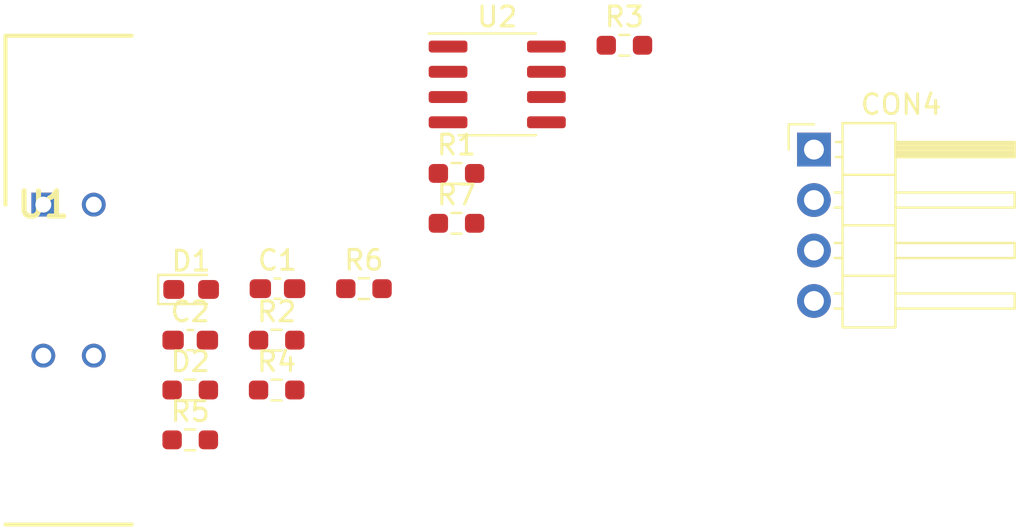
<source format=kicad_pcb>
(kicad_pcb (version 20171130) (host pcbnew 5.1.7-a382d34a8~87~ubuntu20.04.1)

  (general
    (thickness 1.6)
    (drawings 0)
    (tracks 0)
    (zones 0)
    (modules 14)
    (nets 9)
  )

  (page A4)
  (title_block
    (title "Módulo de medición de velocidad")
    (date 2020-10-27)
    (rev 1)
    (company "Gustavo Ramoscelli - UNS")
  )

  (layers
    (0 F.Cu signal)
    (31 B.Cu signal)
    (32 B.Adhes user hide)
    (33 F.Adhes user hide)
    (34 B.Paste user hide)
    (35 F.Paste user hide)
    (36 B.SilkS user)
    (37 F.SilkS user)
    (38 B.Mask user hide)
    (39 F.Mask user hide)
    (40 Dwgs.User user)
    (41 Cmts.User user hide)
    (42 Eco1.User user hide)
    (43 Eco2.User user hide)
    (44 Edge.Cuts user)
    (45 Margin user)
    (46 B.CrtYd user hide)
    (47 F.CrtYd user hide)
    (48 B.Fab user hide)
    (49 F.Fab user hide)
  )

  (setup
    (last_trace_width 0.25)
    (trace_clearance 0.2)
    (zone_clearance 0.508)
    (zone_45_only no)
    (trace_min 0.2)
    (via_size 0.8)
    (via_drill 0.4)
    (via_min_size 0.4)
    (via_min_drill 0.3)
    (uvia_size 0.3)
    (uvia_drill 0.1)
    (uvias_allowed no)
    (uvia_min_size 0.2)
    (uvia_min_drill 0.1)
    (edge_width 0.05)
    (segment_width 0.2)
    (pcb_text_width 0.3)
    (pcb_text_size 1.5 1.5)
    (mod_edge_width 0.12)
    (mod_text_size 1 1)
    (mod_text_width 0.15)
    (pad_size 1.524 1.524)
    (pad_drill 0.762)
    (pad_to_mask_clearance 0)
    (aux_axis_origin 0 0)
    (visible_elements FFFFFF7F)
    (pcbplotparams
      (layerselection 0x010fc_ffffffff)
      (usegerberextensions false)
      (usegerberattributes true)
      (usegerberadvancedattributes true)
      (creategerberjobfile true)
      (excludeedgelayer true)
      (linewidth 0.100000)
      (plotframeref false)
      (viasonmask false)
      (mode 1)
      (useauxorigin false)
      (hpglpennumber 1)
      (hpglpenspeed 20)
      (hpglpendiameter 15.000000)
      (psnegative false)
      (psa4output false)
      (plotreference true)
      (plotvalue true)
      (plotinvisibletext false)
      (padsonsilk false)
      (subtractmaskfromsilk false)
      (outputformat 1)
      (mirror false)
      (drillshape 1)
      (scaleselection 1)
      (outputdirectory ""))
  )

  (net 0 "")
  (net 1 +5V)
  (net 2 GND)
  (net 3 "Net-(C2-Pad1)")
  (net 4 "Net-(CON4-Pad3)")
  (net 5 "Net-(D1-Pad1)")
  (net 6 "Net-(D2-Pad1)")
  (net 7 "Net-(R2-Pad1)")
  (net 8 "Net-(R4-Pad2)")

  (net_class Default "This is the default net class."
    (clearance 0.2)
    (trace_width 0.25)
    (via_dia 0.8)
    (via_drill 0.4)
    (uvia_dia 0.3)
    (uvia_drill 0.1)
    (add_net +5V)
    (add_net GND)
    (add_net "Net-(C2-Pad1)")
    (add_net "Net-(CON4-Pad3)")
    (add_net "Net-(D1-Pad1)")
    (add_net "Net-(D2-Pad1)")
    (add_net "Net-(R2-Pad1)")
    (add_net "Net-(R4-Pad2)")
  )

  (module Package_SO:SOIC-8_3.9x4.9mm_P1.27mm (layer F.Cu) (tedit 5D9F72B1) (tstamp 5F98B5D1)
    (at 185.06 66.72)
    (descr "SOIC, 8 Pin (JEDEC MS-012AA, https://www.analog.com/media/en/package-pcb-resources/package/pkg_pdf/soic_narrow-r/r_8.pdf), generated with kicad-footprint-generator ipc_gullwing_generator.py")
    (tags "SOIC SO")
    (path /5F976A1A)
    (attr smd)
    (fp_text reference U2 (at 0 -3.4) (layer F.SilkS)
      (effects (font (size 1 1) (thickness 0.15)))
    )
    (fp_text value LM393 (at 0 3.4) (layer F.Fab)
      (effects (font (size 1 1) (thickness 0.15)))
    )
    (fp_text user %R (at 0 0) (layer F.Fab)
      (effects (font (size 0.98 0.98) (thickness 0.15)))
    )
    (fp_line (start 0 2.56) (end 1.95 2.56) (layer F.SilkS) (width 0.12))
    (fp_line (start 0 2.56) (end -1.95 2.56) (layer F.SilkS) (width 0.12))
    (fp_line (start 0 -2.56) (end 1.95 -2.56) (layer F.SilkS) (width 0.12))
    (fp_line (start 0 -2.56) (end -3.45 -2.56) (layer F.SilkS) (width 0.12))
    (fp_line (start -0.975 -2.45) (end 1.95 -2.45) (layer F.Fab) (width 0.1))
    (fp_line (start 1.95 -2.45) (end 1.95 2.45) (layer F.Fab) (width 0.1))
    (fp_line (start 1.95 2.45) (end -1.95 2.45) (layer F.Fab) (width 0.1))
    (fp_line (start -1.95 2.45) (end -1.95 -1.475) (layer F.Fab) (width 0.1))
    (fp_line (start -1.95 -1.475) (end -0.975 -2.45) (layer F.Fab) (width 0.1))
    (fp_line (start -3.7 -2.7) (end -3.7 2.7) (layer F.CrtYd) (width 0.05))
    (fp_line (start -3.7 2.7) (end 3.7 2.7) (layer F.CrtYd) (width 0.05))
    (fp_line (start 3.7 2.7) (end 3.7 -2.7) (layer F.CrtYd) (width 0.05))
    (fp_line (start 3.7 -2.7) (end -3.7 -2.7) (layer F.CrtYd) (width 0.05))
    (pad 8 smd roundrect (at 2.475 -1.905) (size 1.95 0.6) (layers F.Cu F.Paste F.Mask) (roundrect_rratio 0.25)
      (net 1 +5V))
    (pad 7 smd roundrect (at 2.475 -0.635) (size 1.95 0.6) (layers F.Cu F.Paste F.Mask) (roundrect_rratio 0.25)
      (net 4 "Net-(CON4-Pad3)"))
    (pad 6 smd roundrect (at 2.475 0.635) (size 1.95 0.6) (layers F.Cu F.Paste F.Mask) (roundrect_rratio 0.25)
      (net 7 "Net-(R2-Pad1)"))
    (pad 5 smd roundrect (at 2.475 1.905) (size 1.95 0.6) (layers F.Cu F.Paste F.Mask) (roundrect_rratio 0.25)
      (net 3 "Net-(C2-Pad1)"))
    (pad 4 smd roundrect (at -2.475 1.905) (size 1.95 0.6) (layers F.Cu F.Paste F.Mask) (roundrect_rratio 0.25)
      (net 2 GND))
    (pad 3 smd roundrect (at -2.475 0.635) (size 1.95 0.6) (layers F.Cu F.Paste F.Mask) (roundrect_rratio 0.25))
    (pad 2 smd roundrect (at -2.475 -0.635) (size 1.95 0.6) (layers F.Cu F.Paste F.Mask) (roundrect_rratio 0.25))
    (pad 1 smd roundrect (at -2.475 -1.905) (size 1.95 0.6) (layers F.Cu F.Paste F.Mask) (roundrect_rratio 0.25))
    (model ${KISYS3DMOD}/Package_SO.3dshapes/SOIC-8_3.9x4.9mm_P1.27mm.wrl
      (at (xyz 0 0 0))
      (scale (xyz 1 1 1))
      (rotate (xyz 0 0 0))
    )
  )

  (module DAOKI:DIPS254W40P760L2450H1110Q4N (layer F.Cu) (tedit 0) (tstamp 5F98B5B7)
    (at 162.215 72.77)
    (descr TCST2103)
    (tags "Relay or Contactor")
    (path /5F9A8D03)
    (fp_text reference U1 (at 0 0) (layer F.SilkS)
      (effects (font (size 1.27 1.27) (thickness 0.254)))
    )
    (fp_text value MOCH22a1 (at 0 0) (layer F.SilkS) hide
      (effects (font (size 1.27 1.27) (thickness 0.254)))
    )
    (fp_text user %R (at 0 0) (layer F.Fab)
      (effects (font (size 1.27 1.27) (thickness 0.254)))
    )
    (fp_line (start -2.155 -8.75) (end 4.695 -8.75) (layer F.CrtYd) (width 0.05))
    (fp_line (start 4.695 -8.75) (end 4.695 16.35) (layer F.CrtYd) (width 0.05))
    (fp_line (start 4.695 16.35) (end -2.155 16.35) (layer F.CrtYd) (width 0.05))
    (fp_line (start -2.155 16.35) (end -2.155 -8.75) (layer F.CrtYd) (width 0.05))
    (fp_line (start -1.905 -8.5) (end 4.445 -8.5) (layer F.Fab) (width 0.1))
    (fp_line (start 4.445 -8.5) (end 4.445 16.1) (layer F.Fab) (width 0.1))
    (fp_line (start 4.445 16.1) (end -1.905 16.1) (layer F.Fab) (width 0.1))
    (fp_line (start -1.905 16.1) (end -1.905 -8.5) (layer F.Fab) (width 0.1))
    (fp_line (start -1.905 -4.7) (end 1.895 -8.5) (layer F.Fab) (width 0.1))
    (fp_line (start -1.905 16.1) (end 4.445 16.1) (layer F.SilkS) (width 0.2))
    (fp_line (start 4.445 -8.5) (end -1.905 -8.5) (layer F.SilkS) (width 0.2))
    (fp_line (start -1.905 -8.5) (end -1.905 0) (layer F.SilkS) (width 0.2))
    (pad 1 thru_hole rect (at 0 0) (size 1.2 1.2) (drill 0.8) (layers *.Cu *.Mask)
      (net 8 "Net-(R4-Pad2)"))
    (pad 2 thru_hole circle (at 0 7.6) (size 1.2 1.2) (drill 0.8) (layers *.Cu *.Mask)
      (net 2 GND))
    (pad 3 thru_hole circle (at 2.54 7.6) (size 1.2 1.2) (drill 0.8) (layers *.Cu *.Mask)
      (net 3 "Net-(C2-Pad1)"))
    (pad 4 thru_hole circle (at 2.54 0) (size 1.2 1.2) (drill 0.8) (layers *.Cu *.Mask)
      (net 2 GND))
  )

  (module Resistor_SMD:R_0603_1608Metric_Pad0.98x0.95mm_HandSolder (layer F.Cu) (tedit 5F68FEEE) (tstamp 5F98B5A2)
    (at 183.01 73.71)
    (descr "Resistor SMD 0603 (1608 Metric), square (rectangular) end terminal, IPC_7351 nominal with elongated pad for handsoldering. (Body size source: IPC-SM-782 page 72, https://www.pcb-3d.com/wordpress/wp-content/uploads/ipc-sm-782a_amendment_1_and_2.pdf), generated with kicad-footprint-generator")
    (tags "resistor handsolder")
    (path /5F97BBBC)
    (attr smd)
    (fp_text reference R7 (at 0 -1.43) (layer F.SilkS)
      (effects (font (size 1 1) (thickness 0.15)))
    )
    (fp_text value 1K (at 0 1.43) (layer F.Fab)
      (effects (font (size 1 1) (thickness 0.15)))
    )
    (fp_text user %R (at 0 0) (layer F.Fab)
      (effects (font (size 0.4 0.4) (thickness 0.06)))
    )
    (fp_line (start -0.8 0.4125) (end -0.8 -0.4125) (layer F.Fab) (width 0.1))
    (fp_line (start -0.8 -0.4125) (end 0.8 -0.4125) (layer F.Fab) (width 0.1))
    (fp_line (start 0.8 -0.4125) (end 0.8 0.4125) (layer F.Fab) (width 0.1))
    (fp_line (start 0.8 0.4125) (end -0.8 0.4125) (layer F.Fab) (width 0.1))
    (fp_line (start -0.254724 -0.5225) (end 0.254724 -0.5225) (layer F.SilkS) (width 0.12))
    (fp_line (start -0.254724 0.5225) (end 0.254724 0.5225) (layer F.SilkS) (width 0.12))
    (fp_line (start -1.65 0.73) (end -1.65 -0.73) (layer F.CrtYd) (width 0.05))
    (fp_line (start -1.65 -0.73) (end 1.65 -0.73) (layer F.CrtYd) (width 0.05))
    (fp_line (start 1.65 -0.73) (end 1.65 0.73) (layer F.CrtYd) (width 0.05))
    (fp_line (start 1.65 0.73) (end -1.65 0.73) (layer F.CrtYd) (width 0.05))
    (pad 2 smd roundrect (at 0.9125 0) (size 0.975 0.95) (layers F.Cu F.Paste F.Mask) (roundrect_rratio 0.25)
      (net 4 "Net-(CON4-Pad3)"))
    (pad 1 smd roundrect (at -0.9125 0) (size 0.975 0.95) (layers F.Cu F.Paste F.Mask) (roundrect_rratio 0.25)
      (net 6 "Net-(D2-Pad1)"))
    (model ${KISYS3DMOD}/Resistor_SMD.3dshapes/R_0603_1608Metric.wrl
      (at (xyz 0 0 0))
      (scale (xyz 1 1 1))
      (rotate (xyz 0 0 0))
    )
  )

  (module Resistor_SMD:R_0603_1608Metric_Pad0.98x0.95mm_HandSolder (layer F.Cu) (tedit 5F68FEEE) (tstamp 5F98B591)
    (at 178.35 77)
    (descr "Resistor SMD 0603 (1608 Metric), square (rectangular) end terminal, IPC_7351 nominal with elongated pad for handsoldering. (Body size source: IPC-SM-782 page 72, https://www.pcb-3d.com/wordpress/wp-content/uploads/ipc-sm-782a_amendment_1_and_2.pdf), generated with kicad-footprint-generator")
    (tags "resistor handsolder")
    (path /5F9783CA)
    (attr smd)
    (fp_text reference R6 (at 0 -1.43) (layer F.SilkS)
      (effects (font (size 1 1) (thickness 0.15)))
    )
    (fp_text value 10K (at 0 1.43) (layer F.Fab)
      (effects (font (size 1 1) (thickness 0.15)))
    )
    (fp_text user %R (at 0 0) (layer F.Fab)
      (effects (font (size 0.4 0.4) (thickness 0.06)))
    )
    (fp_line (start -0.8 0.4125) (end -0.8 -0.4125) (layer F.Fab) (width 0.1))
    (fp_line (start -0.8 -0.4125) (end 0.8 -0.4125) (layer F.Fab) (width 0.1))
    (fp_line (start 0.8 -0.4125) (end 0.8 0.4125) (layer F.Fab) (width 0.1))
    (fp_line (start 0.8 0.4125) (end -0.8 0.4125) (layer F.Fab) (width 0.1))
    (fp_line (start -0.254724 -0.5225) (end 0.254724 -0.5225) (layer F.SilkS) (width 0.12))
    (fp_line (start -0.254724 0.5225) (end 0.254724 0.5225) (layer F.SilkS) (width 0.12))
    (fp_line (start -1.65 0.73) (end -1.65 -0.73) (layer F.CrtYd) (width 0.05))
    (fp_line (start -1.65 -0.73) (end 1.65 -0.73) (layer F.CrtYd) (width 0.05))
    (fp_line (start 1.65 -0.73) (end 1.65 0.73) (layer F.CrtYd) (width 0.05))
    (fp_line (start 1.65 0.73) (end -1.65 0.73) (layer F.CrtYd) (width 0.05))
    (pad 2 smd roundrect (at 0.9125 0) (size 0.975 0.95) (layers F.Cu F.Paste F.Mask) (roundrect_rratio 0.25)
      (net 4 "Net-(CON4-Pad3)"))
    (pad 1 smd roundrect (at -0.9125 0) (size 0.975 0.95) (layers F.Cu F.Paste F.Mask) (roundrect_rratio 0.25)
      (net 1 +5V))
    (model ${KISYS3DMOD}/Resistor_SMD.3dshapes/R_0603_1608Metric.wrl
      (at (xyz 0 0 0))
      (scale (xyz 1 1 1))
      (rotate (xyz 0 0 0))
    )
  )

  (module Resistor_SMD:R_0603_1608Metric_Pad0.98x0.95mm_HandSolder (layer F.Cu) (tedit 5F68FEEE) (tstamp 5F98B580)
    (at 169.61 84.61)
    (descr "Resistor SMD 0603 (1608 Metric), square (rectangular) end terminal, IPC_7351 nominal with elongated pad for handsoldering. (Body size source: IPC-SM-782 page 72, https://www.pcb-3d.com/wordpress/wp-content/uploads/ipc-sm-782a_amendment_1_and_2.pdf), generated with kicad-footprint-generator")
    (tags "resistor handsolder")
    (path /5F9767BC)
    (attr smd)
    (fp_text reference R5 (at 0 -1.43) (layer F.SilkS)
      (effects (font (size 1 1) (thickness 0.15)))
    )
    (fp_text value 10K (at 0 1.43) (layer F.Fab)
      (effects (font (size 1 1) (thickness 0.15)))
    )
    (fp_text user %R (at 0 0) (layer F.Fab)
      (effects (font (size 0.4 0.4) (thickness 0.06)))
    )
    (fp_line (start -0.8 0.4125) (end -0.8 -0.4125) (layer F.Fab) (width 0.1))
    (fp_line (start -0.8 -0.4125) (end 0.8 -0.4125) (layer F.Fab) (width 0.1))
    (fp_line (start 0.8 -0.4125) (end 0.8 0.4125) (layer F.Fab) (width 0.1))
    (fp_line (start 0.8 0.4125) (end -0.8 0.4125) (layer F.Fab) (width 0.1))
    (fp_line (start -0.254724 -0.5225) (end 0.254724 -0.5225) (layer F.SilkS) (width 0.12))
    (fp_line (start -0.254724 0.5225) (end 0.254724 0.5225) (layer F.SilkS) (width 0.12))
    (fp_line (start -1.65 0.73) (end -1.65 -0.73) (layer F.CrtYd) (width 0.05))
    (fp_line (start -1.65 -0.73) (end 1.65 -0.73) (layer F.CrtYd) (width 0.05))
    (fp_line (start 1.65 -0.73) (end 1.65 0.73) (layer F.CrtYd) (width 0.05))
    (fp_line (start 1.65 0.73) (end -1.65 0.73) (layer F.CrtYd) (width 0.05))
    (pad 2 smd roundrect (at 0.9125 0) (size 0.975 0.95) (layers F.Cu F.Paste F.Mask) (roundrect_rratio 0.25)
      (net 3 "Net-(C2-Pad1)"))
    (pad 1 smd roundrect (at -0.9125 0) (size 0.975 0.95) (layers F.Cu F.Paste F.Mask) (roundrect_rratio 0.25)
      (net 1 +5V))
    (model ${KISYS3DMOD}/Resistor_SMD.3dshapes/R_0603_1608Metric.wrl
      (at (xyz 0 0 0))
      (scale (xyz 1 1 1))
      (rotate (xyz 0 0 0))
    )
  )

  (module Resistor_SMD:R_0603_1608Metric_Pad0.98x0.95mm_HandSolder (layer F.Cu) (tedit 5F68FEEE) (tstamp 5F98B56F)
    (at 173.96 82.1)
    (descr "Resistor SMD 0603 (1608 Metric), square (rectangular) end terminal, IPC_7351 nominal with elongated pad for handsoldering. (Body size source: IPC-SM-782 page 72, https://www.pcb-3d.com/wordpress/wp-content/uploads/ipc-sm-782a_amendment_1_and_2.pdf), generated with kicad-footprint-generator")
    (tags "resistor handsolder")
    (path /5F97183B)
    (attr smd)
    (fp_text reference R4 (at 0 -1.43) (layer F.SilkS)
      (effects (font (size 1 1) (thickness 0.15)))
    )
    (fp_text value 1K (at 0 1.43) (layer F.Fab)
      (effects (font (size 1 1) (thickness 0.15)))
    )
    (fp_text user %R (at 0 0) (layer F.Fab)
      (effects (font (size 0.4 0.4) (thickness 0.06)))
    )
    (fp_line (start -0.8 0.4125) (end -0.8 -0.4125) (layer F.Fab) (width 0.1))
    (fp_line (start -0.8 -0.4125) (end 0.8 -0.4125) (layer F.Fab) (width 0.1))
    (fp_line (start 0.8 -0.4125) (end 0.8 0.4125) (layer F.Fab) (width 0.1))
    (fp_line (start 0.8 0.4125) (end -0.8 0.4125) (layer F.Fab) (width 0.1))
    (fp_line (start -0.254724 -0.5225) (end 0.254724 -0.5225) (layer F.SilkS) (width 0.12))
    (fp_line (start -0.254724 0.5225) (end 0.254724 0.5225) (layer F.SilkS) (width 0.12))
    (fp_line (start -1.65 0.73) (end -1.65 -0.73) (layer F.CrtYd) (width 0.05))
    (fp_line (start -1.65 -0.73) (end 1.65 -0.73) (layer F.CrtYd) (width 0.05))
    (fp_line (start 1.65 -0.73) (end 1.65 0.73) (layer F.CrtYd) (width 0.05))
    (fp_line (start 1.65 0.73) (end -1.65 0.73) (layer F.CrtYd) (width 0.05))
    (pad 2 smd roundrect (at 0.9125 0) (size 0.975 0.95) (layers F.Cu F.Paste F.Mask) (roundrect_rratio 0.25)
      (net 8 "Net-(R4-Pad2)"))
    (pad 1 smd roundrect (at -0.9125 0) (size 0.975 0.95) (layers F.Cu F.Paste F.Mask) (roundrect_rratio 0.25)
      (net 1 +5V))
    (model ${KISYS3DMOD}/Resistor_SMD.3dshapes/R_0603_1608Metric.wrl
      (at (xyz 0 0 0))
      (scale (xyz 1 1 1))
      (rotate (xyz 0 0 0))
    )
  )

  (module Resistor_SMD:R_0603_1608Metric_Pad0.98x0.95mm_HandSolder (layer F.Cu) (tedit 5F68FEEE) (tstamp 5F98B55E)
    (at 191.46 64.75)
    (descr "Resistor SMD 0603 (1608 Metric), square (rectangular) end terminal, IPC_7351 nominal with elongated pad for handsoldering. (Body size source: IPC-SM-782 page 72, https://www.pcb-3d.com/wordpress/wp-content/uploads/ipc-sm-782a_amendment_1_and_2.pdf), generated with kicad-footprint-generator")
    (tags "resistor handsolder")
    (path /5F963C3E)
    (attr smd)
    (fp_text reference R3 (at 0 -1.43) (layer F.SilkS)
      (effects (font (size 1 1) (thickness 0.15)))
    )
    (fp_text value 10K (at 0 1.43) (layer F.Fab)
      (effects (font (size 1 1) (thickness 0.15)))
    )
    (fp_text user %R (at 0 0) (layer F.Fab)
      (effects (font (size 0.4 0.4) (thickness 0.06)))
    )
    (fp_line (start -0.8 0.4125) (end -0.8 -0.4125) (layer F.Fab) (width 0.1))
    (fp_line (start -0.8 -0.4125) (end 0.8 -0.4125) (layer F.Fab) (width 0.1))
    (fp_line (start 0.8 -0.4125) (end 0.8 0.4125) (layer F.Fab) (width 0.1))
    (fp_line (start 0.8 0.4125) (end -0.8 0.4125) (layer F.Fab) (width 0.1))
    (fp_line (start -0.254724 -0.5225) (end 0.254724 -0.5225) (layer F.SilkS) (width 0.12))
    (fp_line (start -0.254724 0.5225) (end 0.254724 0.5225) (layer F.SilkS) (width 0.12))
    (fp_line (start -1.65 0.73) (end -1.65 -0.73) (layer F.CrtYd) (width 0.05))
    (fp_line (start -1.65 -0.73) (end 1.65 -0.73) (layer F.CrtYd) (width 0.05))
    (fp_line (start 1.65 -0.73) (end 1.65 0.73) (layer F.CrtYd) (width 0.05))
    (fp_line (start 1.65 0.73) (end -1.65 0.73) (layer F.CrtYd) (width 0.05))
    (pad 2 smd roundrect (at 0.9125 0) (size 0.975 0.95) (layers F.Cu F.Paste F.Mask) (roundrect_rratio 0.25)
      (net 7 "Net-(R2-Pad1)"))
    (pad 1 smd roundrect (at -0.9125 0) (size 0.975 0.95) (layers F.Cu F.Paste F.Mask) (roundrect_rratio 0.25)
      (net 1 +5V))
    (model ${KISYS3DMOD}/Resistor_SMD.3dshapes/R_0603_1608Metric.wrl
      (at (xyz 0 0 0))
      (scale (xyz 1 1 1))
      (rotate (xyz 0 0 0))
    )
  )

  (module Resistor_SMD:R_0603_1608Metric_Pad0.98x0.95mm_HandSolder (layer F.Cu) (tedit 5F68FEEE) (tstamp 5F98B54D)
    (at 173.96 79.59)
    (descr "Resistor SMD 0603 (1608 Metric), square (rectangular) end terminal, IPC_7351 nominal with elongated pad for handsoldering. (Body size source: IPC-SM-782 page 72, https://www.pcb-3d.com/wordpress/wp-content/uploads/ipc-sm-782a_amendment_1_and_2.pdf), generated with kicad-footprint-generator")
    (tags "resistor handsolder")
    (path /5F96352D)
    (attr smd)
    (fp_text reference R2 (at 0 -1.43) (layer F.SilkS)
      (effects (font (size 1 1) (thickness 0.15)))
    )
    (fp_text value 10K (at 0 1.43) (layer F.Fab)
      (effects (font (size 1 1) (thickness 0.15)))
    )
    (fp_text user %R (at 0 0) (layer F.Fab)
      (effects (font (size 0.4 0.4) (thickness 0.06)))
    )
    (fp_line (start -0.8 0.4125) (end -0.8 -0.4125) (layer F.Fab) (width 0.1))
    (fp_line (start -0.8 -0.4125) (end 0.8 -0.4125) (layer F.Fab) (width 0.1))
    (fp_line (start 0.8 -0.4125) (end 0.8 0.4125) (layer F.Fab) (width 0.1))
    (fp_line (start 0.8 0.4125) (end -0.8 0.4125) (layer F.Fab) (width 0.1))
    (fp_line (start -0.254724 -0.5225) (end 0.254724 -0.5225) (layer F.SilkS) (width 0.12))
    (fp_line (start -0.254724 0.5225) (end 0.254724 0.5225) (layer F.SilkS) (width 0.12))
    (fp_line (start -1.65 0.73) (end -1.65 -0.73) (layer F.CrtYd) (width 0.05))
    (fp_line (start -1.65 -0.73) (end 1.65 -0.73) (layer F.CrtYd) (width 0.05))
    (fp_line (start 1.65 -0.73) (end 1.65 0.73) (layer F.CrtYd) (width 0.05))
    (fp_line (start 1.65 0.73) (end -1.65 0.73) (layer F.CrtYd) (width 0.05))
    (pad 2 smd roundrect (at 0.9125 0) (size 0.975 0.95) (layers F.Cu F.Paste F.Mask) (roundrect_rratio 0.25)
      (net 2 GND))
    (pad 1 smd roundrect (at -0.9125 0) (size 0.975 0.95) (layers F.Cu F.Paste F.Mask) (roundrect_rratio 0.25)
      (net 7 "Net-(R2-Pad1)"))
    (model ${KISYS3DMOD}/Resistor_SMD.3dshapes/R_0603_1608Metric.wrl
      (at (xyz 0 0 0))
      (scale (xyz 1 1 1))
      (rotate (xyz 0 0 0))
    )
  )

  (module Resistor_SMD:R_0603_1608Metric_Pad0.98x0.95mm_HandSolder (layer F.Cu) (tedit 5F68FEEE) (tstamp 5F98B53C)
    (at 183.01 71.2)
    (descr "Resistor SMD 0603 (1608 Metric), square (rectangular) end terminal, IPC_7351 nominal with elongated pad for handsoldering. (Body size source: IPC-SM-782 page 72, https://www.pcb-3d.com/wordpress/wp-content/uploads/ipc-sm-782a_amendment_1_and_2.pdf), generated with kicad-footprint-generator")
    (tags "resistor handsolder")
    (path /5F963443)
    (attr smd)
    (fp_text reference R1 (at 0 -1.43) (layer F.SilkS)
      (effects (font (size 1 1) (thickness 0.15)))
    )
    (fp_text value 1K (at 0 1.43) (layer F.Fab)
      (effects (font (size 1 1) (thickness 0.15)))
    )
    (fp_text user %R (at 0 0) (layer F.Fab)
      (effects (font (size 0.4 0.4) (thickness 0.06)))
    )
    (fp_line (start -0.8 0.4125) (end -0.8 -0.4125) (layer F.Fab) (width 0.1))
    (fp_line (start -0.8 -0.4125) (end 0.8 -0.4125) (layer F.Fab) (width 0.1))
    (fp_line (start 0.8 -0.4125) (end 0.8 0.4125) (layer F.Fab) (width 0.1))
    (fp_line (start 0.8 0.4125) (end -0.8 0.4125) (layer F.Fab) (width 0.1))
    (fp_line (start -0.254724 -0.5225) (end 0.254724 -0.5225) (layer F.SilkS) (width 0.12))
    (fp_line (start -0.254724 0.5225) (end 0.254724 0.5225) (layer F.SilkS) (width 0.12))
    (fp_line (start -1.65 0.73) (end -1.65 -0.73) (layer F.CrtYd) (width 0.05))
    (fp_line (start -1.65 -0.73) (end 1.65 -0.73) (layer F.CrtYd) (width 0.05))
    (fp_line (start 1.65 -0.73) (end 1.65 0.73) (layer F.CrtYd) (width 0.05))
    (fp_line (start 1.65 0.73) (end -1.65 0.73) (layer F.CrtYd) (width 0.05))
    (pad 2 smd roundrect (at 0.9125 0) (size 0.975 0.95) (layers F.Cu F.Paste F.Mask) (roundrect_rratio 0.25)
      (net 2 GND))
    (pad 1 smd roundrect (at -0.9125 0) (size 0.975 0.95) (layers F.Cu F.Paste F.Mask) (roundrect_rratio 0.25)
      (net 5 "Net-(D1-Pad1)"))
    (model ${KISYS3DMOD}/Resistor_SMD.3dshapes/R_0603_1608Metric.wrl
      (at (xyz 0 0 0))
      (scale (xyz 1 1 1))
      (rotate (xyz 0 0 0))
    )
  )

  (module Resistor_SMD:R_0603_1608Metric_Pad0.98x0.95mm_HandSolder (layer F.Cu) (tedit 5F68FEEE) (tstamp 5F98B52B)
    (at 169.61 82.1)
    (descr "Resistor SMD 0603 (1608 Metric), square (rectangular) end terminal, IPC_7351 nominal with elongated pad for handsoldering. (Body size source: IPC-SM-782 page 72, https://www.pcb-3d.com/wordpress/wp-content/uploads/ipc-sm-782a_amendment_1_and_2.pdf), generated with kicad-footprint-generator")
    (tags "resistor handsolder")
    (path /5F97C933)
    (attr smd)
    (fp_text reference D2 (at 0 -1.43) (layer F.SilkS)
      (effects (font (size 1 1) (thickness 0.15)))
    )
    (fp_text value "SWITCH INDICATION" (at 0 1.43) (layer F.Fab)
      (effects (font (size 1 1) (thickness 0.15)))
    )
    (fp_text user %R (at 0 0) (layer F.Fab)
      (effects (font (size 0.4 0.4) (thickness 0.06)))
    )
    (fp_line (start -0.8 0.4125) (end -0.8 -0.4125) (layer F.Fab) (width 0.1))
    (fp_line (start -0.8 -0.4125) (end 0.8 -0.4125) (layer F.Fab) (width 0.1))
    (fp_line (start 0.8 -0.4125) (end 0.8 0.4125) (layer F.Fab) (width 0.1))
    (fp_line (start 0.8 0.4125) (end -0.8 0.4125) (layer F.Fab) (width 0.1))
    (fp_line (start -0.254724 -0.5225) (end 0.254724 -0.5225) (layer F.SilkS) (width 0.12))
    (fp_line (start -0.254724 0.5225) (end 0.254724 0.5225) (layer F.SilkS) (width 0.12))
    (fp_line (start -1.65 0.73) (end -1.65 -0.73) (layer F.CrtYd) (width 0.05))
    (fp_line (start -1.65 -0.73) (end 1.65 -0.73) (layer F.CrtYd) (width 0.05))
    (fp_line (start 1.65 -0.73) (end 1.65 0.73) (layer F.CrtYd) (width 0.05))
    (fp_line (start 1.65 0.73) (end -1.65 0.73) (layer F.CrtYd) (width 0.05))
    (pad 2 smd roundrect (at 0.9125 0) (size 0.975 0.95) (layers F.Cu F.Paste F.Mask) (roundrect_rratio 0.25)
      (net 1 +5V))
    (pad 1 smd roundrect (at -0.9125 0) (size 0.975 0.95) (layers F.Cu F.Paste F.Mask) (roundrect_rratio 0.25)
      (net 6 "Net-(D2-Pad1)"))
    (model ${KISYS3DMOD}/Resistor_SMD.3dshapes/R_0603_1608Metric.wrl
      (at (xyz 0 0 0))
      (scale (xyz 1 1 1))
      (rotate (xyz 0 0 0))
    )
  )

  (module LED_SMD:LED_0603_1608Metric_Pad1.05x0.95mm_HandSolder (layer F.Cu) (tedit 5F68FEF1) (tstamp 5F98B51A)
    (at 169.655 77.04)
    (descr "LED SMD 0603 (1608 Metric), square (rectangular) end terminal, IPC_7351 nominal, (Body size source: http://www.tortai-tech.com/upload/download/2011102023233369053.pdf), generated with kicad-footprint-generator")
    (tags "LED handsolder")
    (path /5F9711DD)
    (attr smd)
    (fp_text reference D1 (at 0 -1.43) (layer F.SilkS)
      (effects (font (size 1 1) (thickness 0.15)))
    )
    (fp_text value "POWER INDICATION" (at 0 1.43) (layer F.Fab)
      (effects (font (size 1 1) (thickness 0.15)))
    )
    (fp_text user %R (at 0 0) (layer F.Fab)
      (effects (font (size 0.4 0.4) (thickness 0.06)))
    )
    (fp_line (start 0.8 -0.4) (end -0.5 -0.4) (layer F.Fab) (width 0.1))
    (fp_line (start -0.5 -0.4) (end -0.8 -0.1) (layer F.Fab) (width 0.1))
    (fp_line (start -0.8 -0.1) (end -0.8 0.4) (layer F.Fab) (width 0.1))
    (fp_line (start -0.8 0.4) (end 0.8 0.4) (layer F.Fab) (width 0.1))
    (fp_line (start 0.8 0.4) (end 0.8 -0.4) (layer F.Fab) (width 0.1))
    (fp_line (start 0.8 -0.735) (end -1.66 -0.735) (layer F.SilkS) (width 0.12))
    (fp_line (start -1.66 -0.735) (end -1.66 0.735) (layer F.SilkS) (width 0.12))
    (fp_line (start -1.66 0.735) (end 0.8 0.735) (layer F.SilkS) (width 0.12))
    (fp_line (start -1.65 0.73) (end -1.65 -0.73) (layer F.CrtYd) (width 0.05))
    (fp_line (start -1.65 -0.73) (end 1.65 -0.73) (layer F.CrtYd) (width 0.05))
    (fp_line (start 1.65 -0.73) (end 1.65 0.73) (layer F.CrtYd) (width 0.05))
    (fp_line (start 1.65 0.73) (end -1.65 0.73) (layer F.CrtYd) (width 0.05))
    (pad 2 smd roundrect (at 0.875 0) (size 1.05 0.95) (layers F.Cu F.Paste F.Mask) (roundrect_rratio 0.25)
      (net 1 +5V))
    (pad 1 smd roundrect (at -0.875 0) (size 1.05 0.95) (layers F.Cu F.Paste F.Mask) (roundrect_rratio 0.25)
      (net 5 "Net-(D1-Pad1)"))
    (model ${KISYS3DMOD}/LED_SMD.3dshapes/LED_0603_1608Metric.wrl
      (at (xyz 0 0 0))
      (scale (xyz 1 1 1))
      (rotate (xyz 0 0 0))
    )
  )

  (module Connector_PinHeader_2.54mm:PinHeader_1x04_P2.54mm_Horizontal (layer F.Cu) (tedit 59FED5CB) (tstamp 5F98B507)
    (at 201 70)
    (descr "Through hole angled pin header, 1x04, 2.54mm pitch, 6mm pin length, single row")
    (tags "Through hole angled pin header THT 1x04 2.54mm single row")
    (path /5F980D7E)
    (fp_text reference CON4 (at 4.385 -2.27) (layer F.SilkS)
      (effects (font (size 1 1) (thickness 0.15)))
    )
    (fp_text value CON4 (at 4.385 9.89) (layer F.Fab)
      (effects (font (size 1 1) (thickness 0.15)))
    )
    (fp_text user %R (at 2.77 3.81 90) (layer F.Fab)
      (effects (font (size 1 1) (thickness 0.15)))
    )
    (fp_line (start 2.135 -1.27) (end 4.04 -1.27) (layer F.Fab) (width 0.1))
    (fp_line (start 4.04 -1.27) (end 4.04 8.89) (layer F.Fab) (width 0.1))
    (fp_line (start 4.04 8.89) (end 1.5 8.89) (layer F.Fab) (width 0.1))
    (fp_line (start 1.5 8.89) (end 1.5 -0.635) (layer F.Fab) (width 0.1))
    (fp_line (start 1.5 -0.635) (end 2.135 -1.27) (layer F.Fab) (width 0.1))
    (fp_line (start -0.32 -0.32) (end 1.5 -0.32) (layer F.Fab) (width 0.1))
    (fp_line (start -0.32 -0.32) (end -0.32 0.32) (layer F.Fab) (width 0.1))
    (fp_line (start -0.32 0.32) (end 1.5 0.32) (layer F.Fab) (width 0.1))
    (fp_line (start 4.04 -0.32) (end 10.04 -0.32) (layer F.Fab) (width 0.1))
    (fp_line (start 10.04 -0.32) (end 10.04 0.32) (layer F.Fab) (width 0.1))
    (fp_line (start 4.04 0.32) (end 10.04 0.32) (layer F.Fab) (width 0.1))
    (fp_line (start -0.32 2.22) (end 1.5 2.22) (layer F.Fab) (width 0.1))
    (fp_line (start -0.32 2.22) (end -0.32 2.86) (layer F.Fab) (width 0.1))
    (fp_line (start -0.32 2.86) (end 1.5 2.86) (layer F.Fab) (width 0.1))
    (fp_line (start 4.04 2.22) (end 10.04 2.22) (layer F.Fab) (width 0.1))
    (fp_line (start 10.04 2.22) (end 10.04 2.86) (layer F.Fab) (width 0.1))
    (fp_line (start 4.04 2.86) (end 10.04 2.86) (layer F.Fab) (width 0.1))
    (fp_line (start -0.32 4.76) (end 1.5 4.76) (layer F.Fab) (width 0.1))
    (fp_line (start -0.32 4.76) (end -0.32 5.4) (layer F.Fab) (width 0.1))
    (fp_line (start -0.32 5.4) (end 1.5 5.4) (layer F.Fab) (width 0.1))
    (fp_line (start 4.04 4.76) (end 10.04 4.76) (layer F.Fab) (width 0.1))
    (fp_line (start 10.04 4.76) (end 10.04 5.4) (layer F.Fab) (width 0.1))
    (fp_line (start 4.04 5.4) (end 10.04 5.4) (layer F.Fab) (width 0.1))
    (fp_line (start -0.32 7.3) (end 1.5 7.3) (layer F.Fab) (width 0.1))
    (fp_line (start -0.32 7.3) (end -0.32 7.94) (layer F.Fab) (width 0.1))
    (fp_line (start -0.32 7.94) (end 1.5 7.94) (layer F.Fab) (width 0.1))
    (fp_line (start 4.04 7.3) (end 10.04 7.3) (layer F.Fab) (width 0.1))
    (fp_line (start 10.04 7.3) (end 10.04 7.94) (layer F.Fab) (width 0.1))
    (fp_line (start 4.04 7.94) (end 10.04 7.94) (layer F.Fab) (width 0.1))
    (fp_line (start 1.44 -1.33) (end 1.44 8.95) (layer F.SilkS) (width 0.12))
    (fp_line (start 1.44 8.95) (end 4.1 8.95) (layer F.SilkS) (width 0.12))
    (fp_line (start 4.1 8.95) (end 4.1 -1.33) (layer F.SilkS) (width 0.12))
    (fp_line (start 4.1 -1.33) (end 1.44 -1.33) (layer F.SilkS) (width 0.12))
    (fp_line (start 4.1 -0.38) (end 10.1 -0.38) (layer F.SilkS) (width 0.12))
    (fp_line (start 10.1 -0.38) (end 10.1 0.38) (layer F.SilkS) (width 0.12))
    (fp_line (start 10.1 0.38) (end 4.1 0.38) (layer F.SilkS) (width 0.12))
    (fp_line (start 4.1 -0.32) (end 10.1 -0.32) (layer F.SilkS) (width 0.12))
    (fp_line (start 4.1 -0.2) (end 10.1 -0.2) (layer F.SilkS) (width 0.12))
    (fp_line (start 4.1 -0.08) (end 10.1 -0.08) (layer F.SilkS) (width 0.12))
    (fp_line (start 4.1 0.04) (end 10.1 0.04) (layer F.SilkS) (width 0.12))
    (fp_line (start 4.1 0.16) (end 10.1 0.16) (layer F.SilkS) (width 0.12))
    (fp_line (start 4.1 0.28) (end 10.1 0.28) (layer F.SilkS) (width 0.12))
    (fp_line (start 1.11 -0.38) (end 1.44 -0.38) (layer F.SilkS) (width 0.12))
    (fp_line (start 1.11 0.38) (end 1.44 0.38) (layer F.SilkS) (width 0.12))
    (fp_line (start 1.44 1.27) (end 4.1 1.27) (layer F.SilkS) (width 0.12))
    (fp_line (start 4.1 2.16) (end 10.1 2.16) (layer F.SilkS) (width 0.12))
    (fp_line (start 10.1 2.16) (end 10.1 2.92) (layer F.SilkS) (width 0.12))
    (fp_line (start 10.1 2.92) (end 4.1 2.92) (layer F.SilkS) (width 0.12))
    (fp_line (start 1.042929 2.16) (end 1.44 2.16) (layer F.SilkS) (width 0.12))
    (fp_line (start 1.042929 2.92) (end 1.44 2.92) (layer F.SilkS) (width 0.12))
    (fp_line (start 1.44 3.81) (end 4.1 3.81) (layer F.SilkS) (width 0.12))
    (fp_line (start 4.1 4.7) (end 10.1 4.7) (layer F.SilkS) (width 0.12))
    (fp_line (start 10.1 4.7) (end 10.1 5.46) (layer F.SilkS) (width 0.12))
    (fp_line (start 10.1 5.46) (end 4.1 5.46) (layer F.SilkS) (width 0.12))
    (fp_line (start 1.042929 4.7) (end 1.44 4.7) (layer F.SilkS) (width 0.12))
    (fp_line (start 1.042929 5.46) (end 1.44 5.46) (layer F.SilkS) (width 0.12))
    (fp_line (start 1.44 6.35) (end 4.1 6.35) (layer F.SilkS) (width 0.12))
    (fp_line (start 4.1 7.24) (end 10.1 7.24) (layer F.SilkS) (width 0.12))
    (fp_line (start 10.1 7.24) (end 10.1 8) (layer F.SilkS) (width 0.12))
    (fp_line (start 10.1 8) (end 4.1 8) (layer F.SilkS) (width 0.12))
    (fp_line (start 1.042929 7.24) (end 1.44 7.24) (layer F.SilkS) (width 0.12))
    (fp_line (start 1.042929 8) (end 1.44 8) (layer F.SilkS) (width 0.12))
    (fp_line (start -1.27 0) (end -1.27 -1.27) (layer F.SilkS) (width 0.12))
    (fp_line (start -1.27 -1.27) (end 0 -1.27) (layer F.SilkS) (width 0.12))
    (fp_line (start -1.8 -1.8) (end -1.8 9.4) (layer F.CrtYd) (width 0.05))
    (fp_line (start -1.8 9.4) (end 10.55 9.4) (layer F.CrtYd) (width 0.05))
    (fp_line (start 10.55 9.4) (end 10.55 -1.8) (layer F.CrtYd) (width 0.05))
    (fp_line (start 10.55 -1.8) (end -1.8 -1.8) (layer F.CrtYd) (width 0.05))
    (pad 4 thru_hole oval (at 0 7.62) (size 1.7 1.7) (drill 1) (layers *.Cu *.Mask)
      (net 3 "Net-(C2-Pad1)"))
    (pad 3 thru_hole oval (at 0 5.08) (size 1.7 1.7) (drill 1) (layers *.Cu *.Mask)
      (net 4 "Net-(CON4-Pad3)"))
    (pad 2 thru_hole oval (at 0 2.54) (size 1.7 1.7) (drill 1) (layers *.Cu *.Mask)
      (net 2 GND))
    (pad 1 thru_hole rect (at 0 0) (size 1.7 1.7) (drill 1) (layers *.Cu *.Mask)
      (net 1 +5V))
    (model ${KISYS3DMOD}/Connector_PinHeader_2.54mm.3dshapes/PinHeader_1x04_P2.54mm_Horizontal.wrl
      (at (xyz 0 0 0))
      (scale (xyz 1 1 1))
      (rotate (xyz 0 0 0))
    )
  )

  (module Capacitor_SMD:C_0603_1608Metric_Pad1.08x0.95mm_HandSolder (layer F.Cu) (tedit 5F68FEEF) (tstamp 5F98B4BA)
    (at 169.61 79.59)
    (descr "Capacitor SMD 0603 (1608 Metric), square (rectangular) end terminal, IPC_7351 nominal with elongated pad for handsoldering. (Body size source: IPC-SM-782 page 76, https://www.pcb-3d.com/wordpress/wp-content/uploads/ipc-sm-782a_amendment_1_and_2.pdf), generated with kicad-footprint-generator")
    (tags "capacitor handsolder")
    (path /5F97EA47)
    (attr smd)
    (fp_text reference C2 (at 0 -1.43) (layer F.SilkS)
      (effects (font (size 1 1) (thickness 0.15)))
    )
    (fp_text value 100nF (at 0 1.43) (layer F.Fab)
      (effects (font (size 1 1) (thickness 0.15)))
    )
    (fp_text user %R (at 0 0) (layer F.Fab)
      (effects (font (size 0.4 0.4) (thickness 0.06)))
    )
    (fp_line (start -0.8 0.4) (end -0.8 -0.4) (layer F.Fab) (width 0.1))
    (fp_line (start -0.8 -0.4) (end 0.8 -0.4) (layer F.Fab) (width 0.1))
    (fp_line (start 0.8 -0.4) (end 0.8 0.4) (layer F.Fab) (width 0.1))
    (fp_line (start 0.8 0.4) (end -0.8 0.4) (layer F.Fab) (width 0.1))
    (fp_line (start -0.146267 -0.51) (end 0.146267 -0.51) (layer F.SilkS) (width 0.12))
    (fp_line (start -0.146267 0.51) (end 0.146267 0.51) (layer F.SilkS) (width 0.12))
    (fp_line (start -1.65 0.73) (end -1.65 -0.73) (layer F.CrtYd) (width 0.05))
    (fp_line (start -1.65 -0.73) (end 1.65 -0.73) (layer F.CrtYd) (width 0.05))
    (fp_line (start 1.65 -0.73) (end 1.65 0.73) (layer F.CrtYd) (width 0.05))
    (fp_line (start 1.65 0.73) (end -1.65 0.73) (layer F.CrtYd) (width 0.05))
    (pad 2 smd roundrect (at 0.8625 0) (size 1.075 0.95) (layers F.Cu F.Paste F.Mask) (roundrect_rratio 0.25)
      (net 2 GND))
    (pad 1 smd roundrect (at -0.8625 0) (size 1.075 0.95) (layers F.Cu F.Paste F.Mask) (roundrect_rratio 0.25)
      (net 3 "Net-(C2-Pad1)"))
    (model ${KISYS3DMOD}/Capacitor_SMD.3dshapes/C_0603_1608Metric.wrl
      (at (xyz 0 0 0))
      (scale (xyz 1 1 1))
      (rotate (xyz 0 0 0))
    )
  )

  (module Capacitor_SMD:C_0603_1608Metric_Pad1.08x0.95mm_HandSolder (layer F.Cu) (tedit 5F68FEEF) (tstamp 5F98B4A9)
    (at 174 77)
    (descr "Capacitor SMD 0603 (1608 Metric), square (rectangular) end terminal, IPC_7351 nominal with elongated pad for handsoldering. (Body size source: IPC-SM-782 page 76, https://www.pcb-3d.com/wordpress/wp-content/uploads/ipc-sm-782a_amendment_1_and_2.pdf), generated with kicad-footprint-generator")
    (tags "capacitor handsolder")
    (path /5F963A75)
    (attr smd)
    (fp_text reference C1 (at 0 -1.43) (layer F.SilkS)
      (effects (font (size 1 1) (thickness 0.15)))
    )
    (fp_text value 100nF (at 0 1.43) (layer F.Fab)
      (effects (font (size 1 1) (thickness 0.15)))
    )
    (fp_text user %R (at 0 0) (layer F.Fab)
      (effects (font (size 0.4 0.4) (thickness 0.06)))
    )
    (fp_line (start -0.8 0.4) (end -0.8 -0.4) (layer F.Fab) (width 0.1))
    (fp_line (start -0.8 -0.4) (end 0.8 -0.4) (layer F.Fab) (width 0.1))
    (fp_line (start 0.8 -0.4) (end 0.8 0.4) (layer F.Fab) (width 0.1))
    (fp_line (start 0.8 0.4) (end -0.8 0.4) (layer F.Fab) (width 0.1))
    (fp_line (start -0.146267 -0.51) (end 0.146267 -0.51) (layer F.SilkS) (width 0.12))
    (fp_line (start -0.146267 0.51) (end 0.146267 0.51) (layer F.SilkS) (width 0.12))
    (fp_line (start -1.65 0.73) (end -1.65 -0.73) (layer F.CrtYd) (width 0.05))
    (fp_line (start -1.65 -0.73) (end 1.65 -0.73) (layer F.CrtYd) (width 0.05))
    (fp_line (start 1.65 -0.73) (end 1.65 0.73) (layer F.CrtYd) (width 0.05))
    (fp_line (start 1.65 0.73) (end -1.65 0.73) (layer F.CrtYd) (width 0.05))
    (pad 2 smd roundrect (at 0.8625 0) (size 1.075 0.95) (layers F.Cu F.Paste F.Mask) (roundrect_rratio 0.25)
      (net 2 GND))
    (pad 1 smd roundrect (at -0.8625 0) (size 1.075 0.95) (layers F.Cu F.Paste F.Mask) (roundrect_rratio 0.25)
      (net 1 +5V))
    (model ${KISYS3DMOD}/Capacitor_SMD.3dshapes/C_0603_1608Metric.wrl
      (at (xyz 0 0 0))
      (scale (xyz 1 1 1))
      (rotate (xyz 0 0 0))
    )
  )

)

</source>
